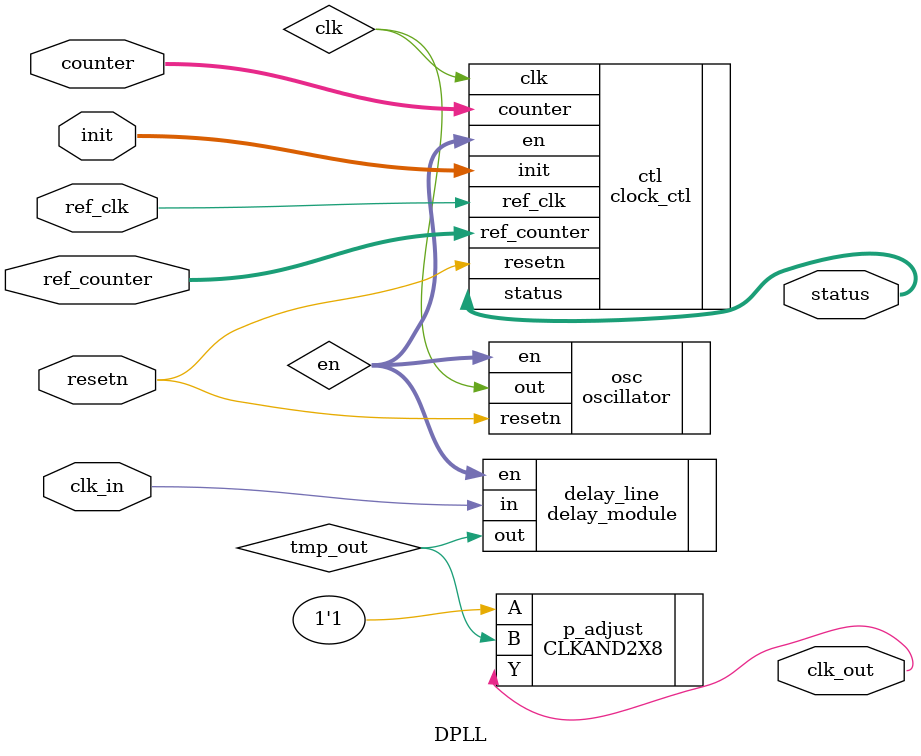
<source format=v>
`timescale 1ns/1ps

module DPLL
(
	input         resetn,

	input         ref_clk,
	input [15:0]  ref_counter,

	input [ 8:0]  init,
	input [15:0]  counter,

	input         clk_in,
	output        clk_out,

	output [2:0]  status
);

	wire [511:0] en;
	wire         clk;

	oscillator osc
	(
		.resetn(resetn),
		.en(en),
		.out(clk)
	);

	clock_ctl ctl
	(
		.resetn(resetn),
		.ref_clk(ref_clk),
		.ref_counter(ref_counter),
		.init(init),
		.counter(counter),
		.clk(clk),
		.status(status),
		.en(en)
	);

	wire  tmp_out;

	delay_module delay_line
    (
        .in(clk_in),
        .en(en),
        .out(tmp_out)
    );

	CLKAND2X8 p_adjust(.A(1'b1), .B(tmp_out), .Y(clk_out));

endmodule

</source>
